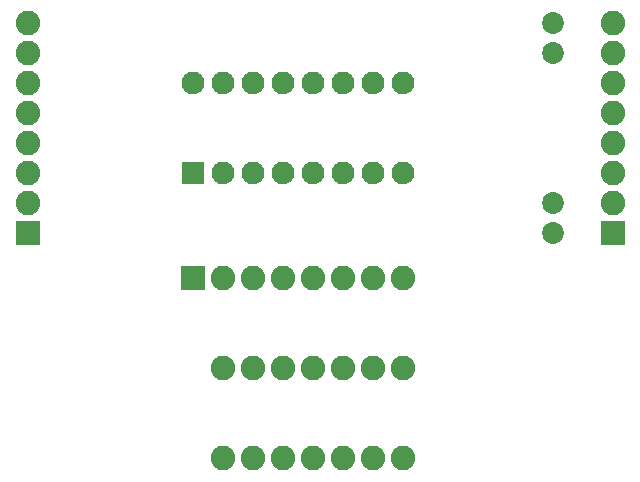
<source format=gbs>
G75*
G70*
%OFA0B0*%
%FSLAX24Y24*%
%IPPOS*%
%LPD*%
%AMOC8*
5,1,8,0,0,1.08239X$1,22.5*
%
%ADD10R,0.0760X0.0760*%
%ADD11C,0.0760*%
%ADD12C,0.0820*%
%ADD13R,0.0820X0.0820*%
%ADD14C,0.0730*%
D10*
X006987Y010600D03*
D11*
X007987Y010600D03*
X008987Y010600D03*
X009987Y010600D03*
X010987Y010600D03*
X011987Y010600D03*
X012987Y010600D03*
X013987Y010600D03*
X013987Y013600D03*
X012987Y013600D03*
X011987Y013600D03*
X010987Y013600D03*
X009987Y013600D03*
X008987Y013600D03*
X007987Y013600D03*
X006987Y013600D03*
D12*
X007987Y001100D03*
X008987Y001100D03*
X009987Y001100D03*
X010987Y001100D03*
X011987Y001100D03*
X012987Y001100D03*
X013987Y001100D03*
X013987Y004100D03*
X012987Y004100D03*
X011987Y004100D03*
X010987Y004100D03*
X009987Y004100D03*
X008987Y004100D03*
X007987Y004100D03*
X007987Y007100D03*
X008987Y007100D03*
X009987Y007100D03*
X010987Y007100D03*
X011987Y007100D03*
X012987Y007100D03*
X013987Y007100D03*
X020987Y009600D03*
X020987Y010600D03*
X020987Y011600D03*
X020987Y012600D03*
X020987Y013600D03*
X020987Y014600D03*
X020987Y015600D03*
X001487Y015600D03*
X001487Y014600D03*
X001487Y013600D03*
X001487Y012600D03*
X001487Y011600D03*
X001487Y010600D03*
X001487Y009600D03*
D13*
X001487Y008600D03*
X006987Y007100D03*
X020987Y008600D03*
D14*
X018987Y008600D03*
X018987Y009600D03*
X018987Y014600D03*
X018987Y015600D03*
M02*

</source>
